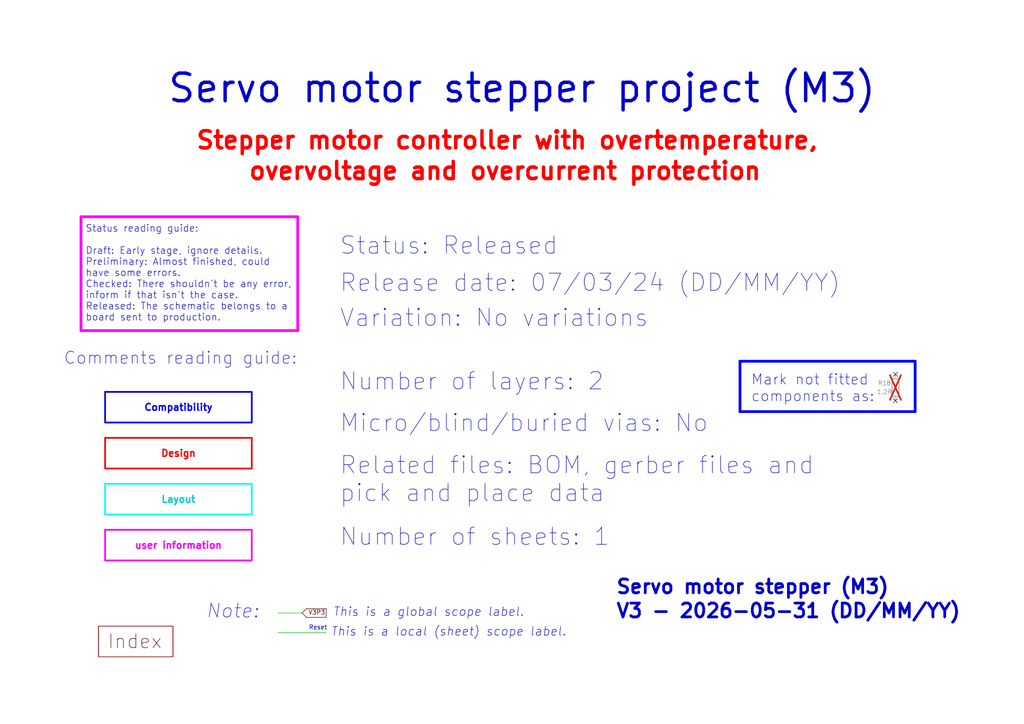
<source format=kicad_sch>
(kicad_sch (version 20231120) (generator "eeschema") (generator_version "8.0")
  (paper "A4")
  (title_block (title "Servo motor stepper - M3  project") (date "2024-09-09") (rev "V3"))
  (lib_symbols
    (symbol "Device:R" (pin_numbers hide) (pin_names (offset 0))
      (property "Reference" "R" (at 2.032 0 90))
      (property "Value" "R" (at 0 0 90))
      (symbol "R_0_1"
        (rectangle (start -1.016 -2.54) (end 1.016 2.54) (stroke (width 0.254)))
      )
      (symbol "R_1_1"
        (pin passive line (at 0 3.81 270) (length 1.27) (name "~") (number "1"))
        (pin passive line (at 0 -3.81 90) (length 1.27) (name "~") (number "2"))
      )
    )
  )
  (no_connect (at 259.715 108.585))
  (no_connect (at 259.715 116.205))
  (polyline (pts (xy 88.9 176.53) (xy 94.615 176.53)) (stroke (width 0) (color 72 0 0 1)))
  (polyline (pts (xy 214.63 104.775) (xy 265.43 104.775)) (stroke (width 0.8) (type solid) (color 0 0 255 1)))
  (polyline (pts (xy 23.495 95.885) (xy 23.495 62.865)) (stroke (width 0.8) (color 255 0 255 1)))
  (polyline (pts (xy 80.645 177.8) (xy 87.63 177.8)) (stroke (width 0) (color 0 194 0 1)))
  (polyline (pts (xy 87.63 177.8) (xy 88.9 179.07)) (stroke (width 0) (color 72 0 0 1)))
  (polyline (pts (xy 86.36 95.885) (xy 23.495 95.885)) (stroke (width 0.8) (color 255 0 255 1)))
  (polyline (pts (xy 265.43 119.38) (xy 214.63 119.38)) (stroke (width 0.8) (type solid) (color 0 0 255 1)))
  (polyline (pts (xy 265.43 104.775) (xy 265.43 119.38)) (stroke (width 0.8) (type solid) (color 0 0 255 1)))
  (polyline (pts (xy 88.9 179.07) (xy 94.615 179.07)) (stroke (width 0) (color 72 0 0 1)))
  (polyline (pts (xy 23.495 62.865) (xy 86.36 62.865)) (stroke (width 0.8) (color 255 0 255 1)))
  (polyline (pts (xy 80.645 183.515) (xy 94.615 183.515)) (stroke (width 0) (color 0 194 0 1)))
  (polyline (pts (xy 86.36 62.865) (xy 86.36 95.885)) (stroke (width 0.8) (color 255 0 255 1)))
  (polyline (pts (xy 94.615 176.53) (xy 94.615 179.07)) (stroke (width 0) (color 72 0 0 1)))
  (polyline (pts (xy 214.63 119.38) (xy 214.63 104.775)) (stroke (width 0.8) (type solid) (color 0 0 255 1)))
  (polyline (pts (xy 87.63 177.8) (xy 88.9 176.53)) (stroke (width 0) (color 72 0 0 1)))
  (text_box "Design" (at 30.48 127 0) (size 42.545 8.89) (stroke (width 0.5) (color 255 0 0 1)) (effects (font (size 2 2) (thickness 0.4) (bold yes))))
  (text_box "user information" (at 30.48 153.67 0) (size 42.545 8.89) (stroke (width 0.5) (color 255 0 255 1)) (effects (font (size 2 2) (thickness 0.4) (bold yes))))
  (text_box "Compatibility" (at 30.48 113.665 0) (size 42.545 8.89) (stroke (width 0.5) (color 0 0 255 1)) (effects (font (size 2 2) (thickness 0.4) (bold yes))))
  (text_box "Layout" (at 30.48 140.335 0) (size 42.545 8.89) (stroke (width 0.5) (color 0 255 255 1)) (effects (font (size 2 2) (thickness 0.4) (bold yes))))
  (text "Variation: No variations" (at 98.425 95.25 0) (effects (font (size 5 5)) (justify left bottom)))
  (text "${REVISION} - ${CURRENT_DATE} (DD/MM/YY)" (at 178.435 179.705 0) (effects (font (size 4 4) (thickness 0.8) (bold yes)) (justify left bottom)))
  (text "Status reading guide:\n\nDraft: Early stage, ignore details.\nPreliminary: Almost finished, could\nhave some errors.\nChecked: There shouldn't be any error,\ninform if that isn't the case.\nReleased: The schematic belongs to a \nboard sent to production." (at 24.765 93.345 0) (effects (font (size 2 2)) (justify left bottom)))
  (text "Servo motor stepper project (M3)" (at 48.26 30.48 0) (effects (font (size 8 8) (thickness 1) (bold yes)) (justify left bottom)))
  (text "This is a global scope label." (at 96.52 179.07 0) (effects (font (size 2.5 2.5) (italic yes)) (justify left bottom)))
  (text "Micro/blind/buried vias: No" (at 98.425 125.73 0) (effects (font (size 5 5)) (justify left bottom)))
  (text "Status: Released" (at 98.425 74.295 0) (effects (font (size 5 5)) (justify left bottom)))
  (text "Comments reading guide:" (at 18.415 106.045 0) (effects (font (size 3.5 3.5)) (justify left bottom)))
  (text "overvoltage and overcurrent protection" (at 71.755 52.705 0) (effects (font (size 5 5) (thickness 1) (bold yes)) (justify left bottom)))
  (text "Reset" (at 89.535 182.88 0) (effects (font (size 1.27 1.27)) (justify left bottom)))
  (text "Note:" (at 59.69 179.705 0) (effects (font (size 4 4) (italic yes)) (justify left bottom)))
  (text "Stepper motor controller with overtemperature," (at 56.515 43.815 0) (effects (font (size 5 5) (thickness 1) (bold yes)) (justify left bottom)))
  (text "Related files: BOM, gerber files and\npick and place data" (at 98.425 146.05 0) (effects (font (size 5 5)) (justify left bottom)))
  (text "Number of sheets: 1" (at 98.425 158.75 0) (effects (font (size 5 5)) (justify left bottom)))
  (text "This is a local (sheet) scope label." (at 95.885 184.785 0) (effects (font (size 2.5 2.5) (italic yes)) (justify left bottom)))
  (text "Index" (at 31.115 188.595 0) (effects (font (size 4 4)) (justify left bottom)))
  (text "Mark not fitted\ncomponents as:" (at 217.805 116.84 0) (effects (font (size 3 3)) (justify left bottom)))
  (text "Number of layers: 2" (at 98.425 113.665 0) (effects (font (size 5 5)) (justify left bottom)))
  (text "Release date: 07/03/24 (DD/MM/YY)" (at 98.425 85.09 0) (effects (font (size 5 5)) (justify left bottom)))
  (text "V3P3" (at 89.408 178.562 0) (effects (font (size 1.27 1.27)) (justify left bottom)))
  (text "Servo motor stepper (M3)" (at 178.435 172.72 0) (effects (font (size 4 4) (thickness 0.8) (bold yes)) (justify left bottom)))
  (symbol (lib_id "Device:R") (at 259.715 112.395 0) (unit 1) (exclude_from_sim yes) (in_bom no) (on_board no) (dnp yes)
    (property "Reference" "R18" (at 256.54 111.125 0))
    (property "Value" "1.2R" (at 256.54 113.665 0))
    (property "Footprint" "Resistor_SMD:R_0402_1005Metric" (effects (hide yes)))
  )
  (sheet (at 28.575 181.61) (size 21.59 8.89) (stroke (width 0.1524))
    (property "Sheetname" "index" (effects (hide yes)))
    (property "Sheetfile" "index.kicad_sch" (effects (hide yes)))
  )
)
</source>
